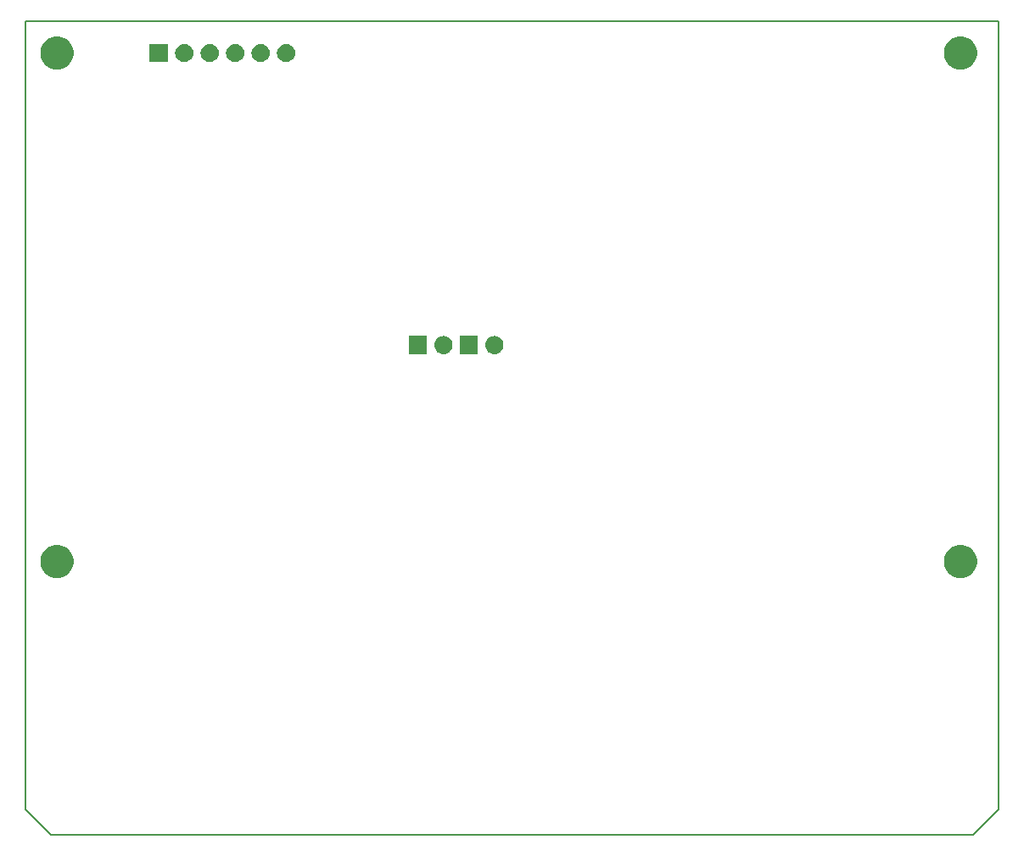
<source format=gbr>
%TF.GenerationSoftware,KiCad,Pcbnew,5.0.2-bee76a0~70~ubuntu16.04.1*%
%TF.CreationDate,2019-06-12T18:19:31-07:00*%
%TF.ProjectId,radiotxt,72616469-6f74-4787-942e-6b696361645f,rev?*%
%TF.SameCoordinates,PX68290a0PY463f660*%
%TF.FileFunction,Soldermask,Bot*%
%TF.FilePolarity,Negative*%
%FSLAX46Y46*%
G04 Gerber Fmt 4.6, Leading zero omitted, Abs format (unit mm)*
G04 Created by KiCad (PCBNEW 5.0.2-bee76a0~70~ubuntu16.04.1) date Wed 12 Jun 2019 06:19:31 PM PDT*
%MOMM*%
%LPD*%
G01*
G04 APERTURE LIST*
%ADD10C,0.150000*%
G04 APERTURE END LIST*
D10*
X0Y0D02*
X97155000Y0D01*
X94615000Y-81280000D02*
X97155000Y-78740000D01*
X2540000Y-81280000D02*
X0Y-78740000D01*
X94615000Y-81280000D02*
X2540000Y-81280000D01*
X97155000Y0D02*
X97155000Y-78740000D01*
X0Y0D02*
X0Y-78740000D01*
G36*
X3417323Y-52340060D02*
X3656521Y-52387639D01*
X3956947Y-52512080D01*
X4227324Y-52692740D01*
X4457260Y-52922676D01*
X4637920Y-53193053D01*
X4762361Y-53493479D01*
X4825800Y-53812410D01*
X4825800Y-54137590D01*
X4762361Y-54456521D01*
X4637920Y-54756947D01*
X4457260Y-55027324D01*
X4227324Y-55257260D01*
X3956947Y-55437920D01*
X3656521Y-55562361D01*
X3417323Y-55609940D01*
X3337591Y-55625800D01*
X3012409Y-55625800D01*
X2932677Y-55609940D01*
X2693479Y-55562361D01*
X2393053Y-55437920D01*
X2122676Y-55257260D01*
X1892740Y-55027324D01*
X1712080Y-54756947D01*
X1587639Y-54456521D01*
X1524200Y-54137590D01*
X1524200Y-53812410D01*
X1587639Y-53493479D01*
X1712080Y-53193053D01*
X1892740Y-52922676D01*
X2122676Y-52692740D01*
X2393053Y-52512080D01*
X2693479Y-52387639D01*
X2932677Y-52340060D01*
X3012409Y-52324200D01*
X3337591Y-52324200D01*
X3417323Y-52340060D01*
X3417323Y-52340060D01*
G37*
G36*
X93587323Y-52340060D02*
X93826521Y-52387639D01*
X94126947Y-52512080D01*
X94397324Y-52692740D01*
X94627260Y-52922676D01*
X94807920Y-53193053D01*
X94932361Y-53493479D01*
X94995800Y-53812410D01*
X94995800Y-54137590D01*
X94932361Y-54456521D01*
X94807920Y-54756947D01*
X94627260Y-55027324D01*
X94397324Y-55257260D01*
X94126947Y-55437920D01*
X93826521Y-55562361D01*
X93587323Y-55609940D01*
X93507591Y-55625800D01*
X93182409Y-55625800D01*
X93102677Y-55609940D01*
X92863479Y-55562361D01*
X92563053Y-55437920D01*
X92292676Y-55257260D01*
X92062740Y-55027324D01*
X91882080Y-54756947D01*
X91757639Y-54456521D01*
X91694200Y-54137590D01*
X91694200Y-53812410D01*
X91757639Y-53493479D01*
X91882080Y-53193053D01*
X92062740Y-52922676D01*
X92292676Y-52692740D01*
X92563053Y-52512080D01*
X92863479Y-52387639D01*
X93102677Y-52340060D01*
X93182409Y-52324200D01*
X93507591Y-52324200D01*
X93587323Y-52340060D01*
X93587323Y-52340060D01*
G37*
G36*
X41838362Y-31443545D02*
X41926588Y-31452234D01*
X42039789Y-31486573D01*
X42096390Y-31503743D01*
X42234980Y-31577822D01*
X42252879Y-31587389D01*
X42288609Y-31616712D01*
X42390044Y-31699956D01*
X42473288Y-31801391D01*
X42502611Y-31837121D01*
X42502612Y-31837123D01*
X42586257Y-31993610D01*
X42586257Y-31993611D01*
X42637766Y-32163412D01*
X42655158Y-32340000D01*
X42637766Y-32516588D01*
X42603427Y-32629789D01*
X42586257Y-32686390D01*
X42512178Y-32824980D01*
X42502611Y-32842879D01*
X42473288Y-32878609D01*
X42390044Y-32980044D01*
X42288609Y-33063288D01*
X42252879Y-33092611D01*
X42252877Y-33092612D01*
X42096390Y-33176257D01*
X42039789Y-33193427D01*
X41926588Y-33227766D01*
X41838362Y-33236455D01*
X41794250Y-33240800D01*
X41705750Y-33240800D01*
X41661638Y-33236455D01*
X41573412Y-33227766D01*
X41460211Y-33193427D01*
X41403610Y-33176257D01*
X41247123Y-33092612D01*
X41247121Y-33092611D01*
X41211391Y-33063288D01*
X41109956Y-32980044D01*
X41026712Y-32878609D01*
X40997389Y-32842879D01*
X40987822Y-32824980D01*
X40913743Y-32686390D01*
X40896573Y-32629789D01*
X40862234Y-32516588D01*
X40844842Y-32340000D01*
X40862234Y-32163412D01*
X40913743Y-31993611D01*
X40913743Y-31993610D01*
X40997388Y-31837123D01*
X40997389Y-31837121D01*
X41026712Y-31801391D01*
X41109956Y-31699956D01*
X41211391Y-31616712D01*
X41247121Y-31587389D01*
X41265020Y-31577822D01*
X41403610Y-31503743D01*
X41460211Y-31486573D01*
X41573412Y-31452234D01*
X41661638Y-31443545D01*
X41705750Y-31439200D01*
X41794250Y-31439200D01*
X41838362Y-31443545D01*
X41838362Y-31443545D01*
G37*
G36*
X46918362Y-31443545D02*
X47006588Y-31452234D01*
X47119789Y-31486573D01*
X47176390Y-31503743D01*
X47314980Y-31577822D01*
X47332879Y-31587389D01*
X47368609Y-31616712D01*
X47470044Y-31699956D01*
X47553288Y-31801391D01*
X47582611Y-31837121D01*
X47582612Y-31837123D01*
X47666257Y-31993610D01*
X47666257Y-31993611D01*
X47717766Y-32163412D01*
X47735158Y-32340000D01*
X47717766Y-32516588D01*
X47683427Y-32629789D01*
X47666257Y-32686390D01*
X47592178Y-32824980D01*
X47582611Y-32842879D01*
X47553288Y-32878609D01*
X47470044Y-32980044D01*
X47368609Y-33063288D01*
X47332879Y-33092611D01*
X47332877Y-33092612D01*
X47176390Y-33176257D01*
X47119789Y-33193427D01*
X47006588Y-33227766D01*
X46918362Y-33236455D01*
X46874250Y-33240800D01*
X46785750Y-33240800D01*
X46741638Y-33236455D01*
X46653412Y-33227766D01*
X46540211Y-33193427D01*
X46483610Y-33176257D01*
X46327123Y-33092612D01*
X46327121Y-33092611D01*
X46291391Y-33063288D01*
X46189956Y-32980044D01*
X46106712Y-32878609D01*
X46077389Y-32842879D01*
X46067822Y-32824980D01*
X45993743Y-32686390D01*
X45976573Y-32629789D01*
X45942234Y-32516588D01*
X45924842Y-32340000D01*
X45942234Y-32163412D01*
X45993743Y-31993611D01*
X45993743Y-31993610D01*
X46077388Y-31837123D01*
X46077389Y-31837121D01*
X46106712Y-31801391D01*
X46189956Y-31699956D01*
X46291391Y-31616712D01*
X46327121Y-31587389D01*
X46345020Y-31577822D01*
X46483610Y-31503743D01*
X46540211Y-31486573D01*
X46653412Y-31452234D01*
X46741638Y-31443545D01*
X46785750Y-31439200D01*
X46874250Y-31439200D01*
X46918362Y-31443545D01*
X46918362Y-31443545D01*
G37*
G36*
X45190800Y-33240800D02*
X43389200Y-33240800D01*
X43389200Y-31439200D01*
X45190800Y-31439200D01*
X45190800Y-33240800D01*
X45190800Y-33240800D01*
G37*
G36*
X40110800Y-33240800D02*
X38309200Y-33240800D01*
X38309200Y-31439200D01*
X40110800Y-31439200D01*
X40110800Y-33240800D01*
X40110800Y-33240800D01*
G37*
G36*
X93587323Y-1540060D02*
X93826521Y-1587639D01*
X94126947Y-1712080D01*
X94397324Y-1892740D01*
X94627260Y-2122676D01*
X94807920Y-2393053D01*
X94932361Y-2693479D01*
X94995800Y-3012410D01*
X94995800Y-3337590D01*
X94932361Y-3656521D01*
X94807920Y-3956947D01*
X94627260Y-4227324D01*
X94397324Y-4457260D01*
X94126947Y-4637920D01*
X93826521Y-4762361D01*
X93587323Y-4809940D01*
X93507591Y-4825800D01*
X93182409Y-4825800D01*
X93102677Y-4809940D01*
X92863479Y-4762361D01*
X92563053Y-4637920D01*
X92292676Y-4457260D01*
X92062740Y-4227324D01*
X91882080Y-3956947D01*
X91757639Y-3656521D01*
X91694200Y-3337590D01*
X91694200Y-3012410D01*
X91757639Y-2693479D01*
X91882080Y-2393053D01*
X92062740Y-2122676D01*
X92292676Y-1892740D01*
X92563053Y-1712080D01*
X92863479Y-1587639D01*
X93102677Y-1540060D01*
X93182409Y-1524200D01*
X93507591Y-1524200D01*
X93587323Y-1540060D01*
X93587323Y-1540060D01*
G37*
G36*
X3417323Y-1540060D02*
X3656521Y-1587639D01*
X3956947Y-1712080D01*
X4227324Y-1892740D01*
X4457260Y-2122676D01*
X4637920Y-2393053D01*
X4762361Y-2693479D01*
X4825800Y-3012410D01*
X4825800Y-3337590D01*
X4762361Y-3656521D01*
X4637920Y-3956947D01*
X4457260Y-4227324D01*
X4227324Y-4457260D01*
X3956947Y-4637920D01*
X3656521Y-4762361D01*
X3417323Y-4809940D01*
X3337591Y-4825800D01*
X3012409Y-4825800D01*
X2932677Y-4809940D01*
X2693479Y-4762361D01*
X2393053Y-4637920D01*
X2122676Y-4457260D01*
X1892740Y-4227324D01*
X1712080Y-3956947D01*
X1587639Y-3656521D01*
X1524200Y-3337590D01*
X1524200Y-3012410D01*
X1587639Y-2693479D01*
X1712080Y-2393053D01*
X1892740Y-2122676D01*
X2122676Y-1892740D01*
X2393053Y-1712080D01*
X2693479Y-1587639D01*
X2932677Y-1540060D01*
X3012409Y-1524200D01*
X3337591Y-1524200D01*
X3417323Y-1540060D01*
X3417323Y-1540060D01*
G37*
G36*
X15963362Y-2278545D02*
X16051588Y-2287234D01*
X16164789Y-2321573D01*
X16221390Y-2338743D01*
X16359980Y-2412822D01*
X16377879Y-2422389D01*
X16413609Y-2451712D01*
X16515044Y-2534956D01*
X16598288Y-2636391D01*
X16627611Y-2672121D01*
X16627612Y-2672123D01*
X16711257Y-2828610D01*
X16711257Y-2828611D01*
X16762766Y-2998412D01*
X16780158Y-3175000D01*
X16762766Y-3351588D01*
X16728427Y-3464789D01*
X16711257Y-3521390D01*
X16639029Y-3656518D01*
X16627611Y-3677879D01*
X16598288Y-3713609D01*
X16515044Y-3815044D01*
X16413609Y-3898288D01*
X16377879Y-3927611D01*
X16377877Y-3927612D01*
X16221390Y-4011257D01*
X16164789Y-4028427D01*
X16051588Y-4062766D01*
X15963362Y-4071455D01*
X15919250Y-4075800D01*
X15830750Y-4075800D01*
X15786638Y-4071455D01*
X15698412Y-4062766D01*
X15585211Y-4028427D01*
X15528610Y-4011257D01*
X15372123Y-3927612D01*
X15372121Y-3927611D01*
X15336391Y-3898288D01*
X15234956Y-3815044D01*
X15151712Y-3713609D01*
X15122389Y-3677879D01*
X15110971Y-3656518D01*
X15038743Y-3521390D01*
X15021573Y-3464789D01*
X14987234Y-3351588D01*
X14969842Y-3175000D01*
X14987234Y-2998412D01*
X15038743Y-2828611D01*
X15038743Y-2828610D01*
X15122388Y-2672123D01*
X15122389Y-2672121D01*
X15151712Y-2636391D01*
X15234956Y-2534956D01*
X15336391Y-2451712D01*
X15372121Y-2422389D01*
X15390020Y-2412822D01*
X15528610Y-2338743D01*
X15585211Y-2321573D01*
X15698412Y-2287234D01*
X15786638Y-2278545D01*
X15830750Y-2274200D01*
X15919250Y-2274200D01*
X15963362Y-2278545D01*
X15963362Y-2278545D01*
G37*
G36*
X26123362Y-2278545D02*
X26211588Y-2287234D01*
X26324789Y-2321573D01*
X26381390Y-2338743D01*
X26519980Y-2412822D01*
X26537879Y-2422389D01*
X26573609Y-2451712D01*
X26675044Y-2534956D01*
X26758288Y-2636391D01*
X26787611Y-2672121D01*
X26787612Y-2672123D01*
X26871257Y-2828610D01*
X26871257Y-2828611D01*
X26922766Y-2998412D01*
X26940158Y-3175000D01*
X26922766Y-3351588D01*
X26888427Y-3464789D01*
X26871257Y-3521390D01*
X26799029Y-3656518D01*
X26787611Y-3677879D01*
X26758288Y-3713609D01*
X26675044Y-3815044D01*
X26573609Y-3898288D01*
X26537879Y-3927611D01*
X26537877Y-3927612D01*
X26381390Y-4011257D01*
X26324789Y-4028427D01*
X26211588Y-4062766D01*
X26123362Y-4071455D01*
X26079250Y-4075800D01*
X25990750Y-4075800D01*
X25946638Y-4071455D01*
X25858412Y-4062766D01*
X25745211Y-4028427D01*
X25688610Y-4011257D01*
X25532123Y-3927612D01*
X25532121Y-3927611D01*
X25496391Y-3898288D01*
X25394956Y-3815044D01*
X25311712Y-3713609D01*
X25282389Y-3677879D01*
X25270971Y-3656518D01*
X25198743Y-3521390D01*
X25181573Y-3464789D01*
X25147234Y-3351588D01*
X25129842Y-3175000D01*
X25147234Y-2998412D01*
X25198743Y-2828611D01*
X25198743Y-2828610D01*
X25282388Y-2672123D01*
X25282389Y-2672121D01*
X25311712Y-2636391D01*
X25394956Y-2534956D01*
X25496391Y-2451712D01*
X25532121Y-2422389D01*
X25550020Y-2412822D01*
X25688610Y-2338743D01*
X25745211Y-2321573D01*
X25858412Y-2287234D01*
X25946638Y-2278545D01*
X25990750Y-2274200D01*
X26079250Y-2274200D01*
X26123362Y-2278545D01*
X26123362Y-2278545D01*
G37*
G36*
X23583362Y-2278545D02*
X23671588Y-2287234D01*
X23784789Y-2321573D01*
X23841390Y-2338743D01*
X23979980Y-2412822D01*
X23997879Y-2422389D01*
X24033609Y-2451712D01*
X24135044Y-2534956D01*
X24218288Y-2636391D01*
X24247611Y-2672121D01*
X24247612Y-2672123D01*
X24331257Y-2828610D01*
X24331257Y-2828611D01*
X24382766Y-2998412D01*
X24400158Y-3175000D01*
X24382766Y-3351588D01*
X24348427Y-3464789D01*
X24331257Y-3521390D01*
X24259029Y-3656518D01*
X24247611Y-3677879D01*
X24218288Y-3713609D01*
X24135044Y-3815044D01*
X24033609Y-3898288D01*
X23997879Y-3927611D01*
X23997877Y-3927612D01*
X23841390Y-4011257D01*
X23784789Y-4028427D01*
X23671588Y-4062766D01*
X23583362Y-4071455D01*
X23539250Y-4075800D01*
X23450750Y-4075800D01*
X23406638Y-4071455D01*
X23318412Y-4062766D01*
X23205211Y-4028427D01*
X23148610Y-4011257D01*
X22992123Y-3927612D01*
X22992121Y-3927611D01*
X22956391Y-3898288D01*
X22854956Y-3815044D01*
X22771712Y-3713609D01*
X22742389Y-3677879D01*
X22730971Y-3656518D01*
X22658743Y-3521390D01*
X22641573Y-3464789D01*
X22607234Y-3351588D01*
X22589842Y-3175000D01*
X22607234Y-2998412D01*
X22658743Y-2828611D01*
X22658743Y-2828610D01*
X22742388Y-2672123D01*
X22742389Y-2672121D01*
X22771712Y-2636391D01*
X22854956Y-2534956D01*
X22956391Y-2451712D01*
X22992121Y-2422389D01*
X23010020Y-2412822D01*
X23148610Y-2338743D01*
X23205211Y-2321573D01*
X23318412Y-2287234D01*
X23406638Y-2278545D01*
X23450750Y-2274200D01*
X23539250Y-2274200D01*
X23583362Y-2278545D01*
X23583362Y-2278545D01*
G37*
G36*
X21043362Y-2278545D02*
X21131588Y-2287234D01*
X21244789Y-2321573D01*
X21301390Y-2338743D01*
X21439980Y-2412822D01*
X21457879Y-2422389D01*
X21493609Y-2451712D01*
X21595044Y-2534956D01*
X21678288Y-2636391D01*
X21707611Y-2672121D01*
X21707612Y-2672123D01*
X21791257Y-2828610D01*
X21791257Y-2828611D01*
X21842766Y-2998412D01*
X21860158Y-3175000D01*
X21842766Y-3351588D01*
X21808427Y-3464789D01*
X21791257Y-3521390D01*
X21719029Y-3656518D01*
X21707611Y-3677879D01*
X21678288Y-3713609D01*
X21595044Y-3815044D01*
X21493609Y-3898288D01*
X21457879Y-3927611D01*
X21457877Y-3927612D01*
X21301390Y-4011257D01*
X21244789Y-4028427D01*
X21131588Y-4062766D01*
X21043362Y-4071455D01*
X20999250Y-4075800D01*
X20910750Y-4075800D01*
X20866638Y-4071455D01*
X20778412Y-4062766D01*
X20665211Y-4028427D01*
X20608610Y-4011257D01*
X20452123Y-3927612D01*
X20452121Y-3927611D01*
X20416391Y-3898288D01*
X20314956Y-3815044D01*
X20231712Y-3713609D01*
X20202389Y-3677879D01*
X20190971Y-3656518D01*
X20118743Y-3521390D01*
X20101573Y-3464789D01*
X20067234Y-3351588D01*
X20049842Y-3175000D01*
X20067234Y-2998412D01*
X20118743Y-2828611D01*
X20118743Y-2828610D01*
X20202388Y-2672123D01*
X20202389Y-2672121D01*
X20231712Y-2636391D01*
X20314956Y-2534956D01*
X20416391Y-2451712D01*
X20452121Y-2422389D01*
X20470020Y-2412822D01*
X20608610Y-2338743D01*
X20665211Y-2321573D01*
X20778412Y-2287234D01*
X20866638Y-2278545D01*
X20910750Y-2274200D01*
X20999250Y-2274200D01*
X21043362Y-2278545D01*
X21043362Y-2278545D01*
G37*
G36*
X18503362Y-2278545D02*
X18591588Y-2287234D01*
X18704789Y-2321573D01*
X18761390Y-2338743D01*
X18899980Y-2412822D01*
X18917879Y-2422389D01*
X18953609Y-2451712D01*
X19055044Y-2534956D01*
X19138288Y-2636391D01*
X19167611Y-2672121D01*
X19167612Y-2672123D01*
X19251257Y-2828610D01*
X19251257Y-2828611D01*
X19302766Y-2998412D01*
X19320158Y-3175000D01*
X19302766Y-3351588D01*
X19268427Y-3464789D01*
X19251257Y-3521390D01*
X19179029Y-3656518D01*
X19167611Y-3677879D01*
X19138288Y-3713609D01*
X19055044Y-3815044D01*
X18953609Y-3898288D01*
X18917879Y-3927611D01*
X18917877Y-3927612D01*
X18761390Y-4011257D01*
X18704789Y-4028427D01*
X18591588Y-4062766D01*
X18503362Y-4071455D01*
X18459250Y-4075800D01*
X18370750Y-4075800D01*
X18326638Y-4071455D01*
X18238412Y-4062766D01*
X18125211Y-4028427D01*
X18068610Y-4011257D01*
X17912123Y-3927612D01*
X17912121Y-3927611D01*
X17876391Y-3898288D01*
X17774956Y-3815044D01*
X17691712Y-3713609D01*
X17662389Y-3677879D01*
X17650971Y-3656518D01*
X17578743Y-3521390D01*
X17561573Y-3464789D01*
X17527234Y-3351588D01*
X17509842Y-3175000D01*
X17527234Y-2998412D01*
X17578743Y-2828611D01*
X17578743Y-2828610D01*
X17662388Y-2672123D01*
X17662389Y-2672121D01*
X17691712Y-2636391D01*
X17774956Y-2534956D01*
X17876391Y-2451712D01*
X17912121Y-2422389D01*
X17930020Y-2412822D01*
X18068610Y-2338743D01*
X18125211Y-2321573D01*
X18238412Y-2287234D01*
X18326638Y-2278545D01*
X18370750Y-2274200D01*
X18459250Y-2274200D01*
X18503362Y-2278545D01*
X18503362Y-2278545D01*
G37*
G36*
X14235800Y-4075800D02*
X12434200Y-4075800D01*
X12434200Y-2274200D01*
X14235800Y-2274200D01*
X14235800Y-4075800D01*
X14235800Y-4075800D01*
G37*
M02*

</source>
